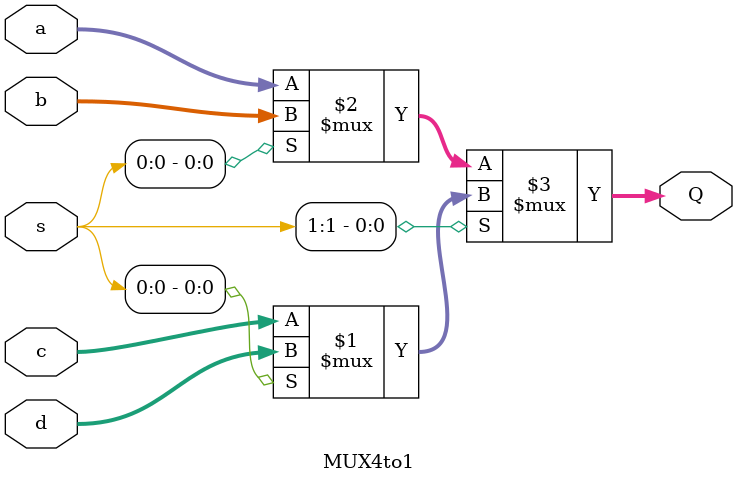
<source format=v>
module MUX2to1 (a, b, s, Q);

   input [31:0] a;
   input [31:0] b;
   input s;
   output [31:0] Q;

   assign Q = s ? b : a;
   
endmodule

module MUX4to1 (a, b, c, d, s, Q);

   input [31:0] a;
   input [31:0] b;
   input [31:0] c;
   input [31:0] d;
   input [1:0] s;
   output [31:0] Q;

   assign Q = s[1] ? (s[0] ? d : c) : (s[0] ? b : a);
   
endmodule

</source>
